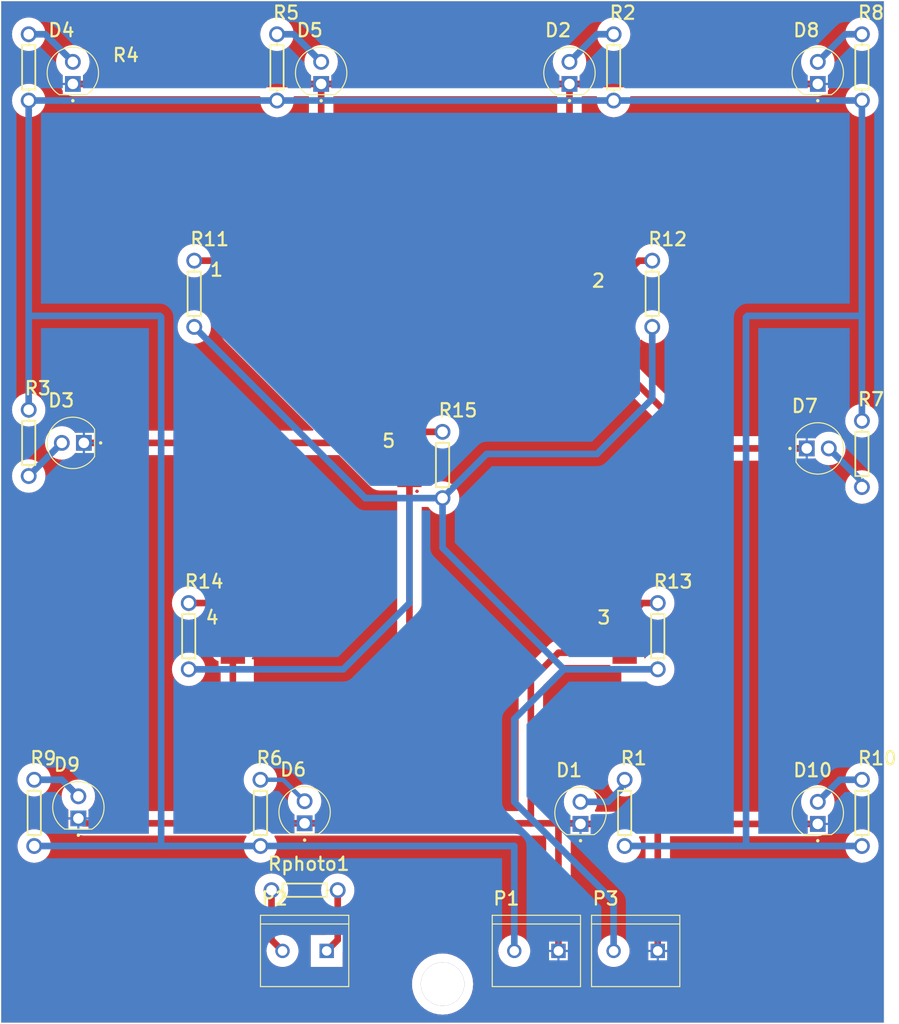
<source format=kicad_pcb>
(kicad_pcb (version 20221018) (generator pcbnew)
  (layers (0 "F.Cu" signal "Top Layer") (31 "B.Cu" signal "Bottom Layer") (34 "B.Paste" user "Bottom Paste") (35 "F.Paste" user "Top Paste") (36 "B.SilkS" user "Bottom Overlay") (37 "F.SilkS" user "Top Overlay") (38 "B.Mask" user "Bottom Solder") (39 "F.Mask" user "Top Solder") (44 "Edge.Cuts" user))
  (net 0 "")
  (net 1 "Net5_0")
  (net 2 "Net4_0")
  (net 3 "Net3_0")
  (net 4 "Net2_0")
  (net 5 "Net1_0")
  (net 6 "NetP3_2")
  (net 7 "NetP2_2")
  (net 8 "NetP2_1")
  (net 9 "NetP1_2")
  (net 10 "NetD10_A")
  (net 11 "NetD9_A")
  (net 12 "NetD8_A")
  (net 13 "NetD7_A")
  (net 14 "NetD6_A")
  (net 15 "NetD5_A")
  (net 16 "NetD4_A")
  (net 17 "NetD3_A")
  (net 18 "NetD2_A")
  (net 19 "NetD1_A")
  (net 20 "GND")
  (footprint "L08R5000Q1.IntLib:LEDRD254W57D500H1070" (layer "F.Cu") (at 105.9561 97.0661 180)
    (fp_text reference "D3" (at 2.9972 3.9878 unlocked) (layer "F.SilkS") (effects (font (size 1.524 1.524) (thickness 0.254)) (justify left bottom)))
    (fp_text value "L08R5000Q1" hide)
    (fp_line (start -2.50002 -1.56601) (end -2.50002 1.56601) (stroke (width 0.127)) (layer "F.SilkS"))
    (fp_arc (start -2.500006 -1.566002) (mid 2.96129 0.000001) (end -2.500007 1.566001) (stroke (width 0.127)) (layer "F.SilkS"))
    (fp_circle (center -3.2 0) (end -3.2 0.1) (stroke (width 0.2)) (fill none) (layer "F.SilkS"))
    (pad "A" thru_hole circle (at 1.27 0 180) (size 1.815 1.815) (drill 1.21) (layers "*.Cu" "*.Mask") (net 17 "NetD3_A"))
    (pad "C" thru_hole rect (at -1.27 0 180) (size 1.815 1.815) (drill 1.21) (layers "*.Cu" "*.Mask") (net 20 "GND"))
  )
  (footprint "Miscellaneous Devices.IntLib:AXIAL-0.3" (layer "F.Cu") (at 100.8761 97.0661 90)
    (fp_text reference "R3" (at 5.3848 -0.6096 unlocked) (layer "F.SilkS") (effects (font (size 1.524 1.524) (thickness 0.254)) (justify left bottom)))
    (fp_text value "Res1" hide)
    (fp_line (start -2.7686 0) (end -2.54 0) (stroke (width 0.2)) (layer "F.SilkS"))
    (fp_line (start -2.54 -0.762) (end -2.54 0.762) (stroke (width 0.2)) (layer "F.SilkS"))
    (fp_line (start -2.54 -0.762) (end 2.54 -0.762) (stroke (width 0.2)) (layer "F.SilkS"))
    (fp_line (start -2.54 0.762) (end 2.54 0.762) (stroke (width 0.2)) (layer "F.SilkS"))
    (fp_line (start 2.54 -0.762) (end 2.54 0) (stroke (width 0.2)) (layer "F.SilkS"))
    (fp_line (start 2.54 0) (end 2.54 0.762) (stroke (width 0.2)) (layer "F.SilkS"))
    (fp_line (start 2.54 0) (end 2.7686 0) (stroke (width 0.2)) (layer "F.SilkS"))
    (pad "1" thru_hole circle (at -3.81 0 90) (size 1.815 1.815) (drill 1.21) (layers "*.Cu" "*.Mask") (net 17 "NetD3_A"))
    (pad "2" thru_hole circle (at 3.81 0 90) (size 1.815 1.815) (drill 1.21) (layers "*.Cu" "*.Mask") (net 9 "NetP1_2"))
  )
  (footprint "L08R5000Q1.IntLib:LEDRD254W57D500H1070" (layer "F.Cu") (at 191.6811 97.7011)
    (fp_text reference "D7" (at -3.1496 -3.9878 unlocked) (layer "F.SilkS") (effects (font (size 1.524 1.524) (thickness 0.254)) (justify left bottom)))
    (fp_text value "L08R5000Q1" hide)
    (fp_line (start -2.50002 1.56601) (end -2.50002 -1.56601) (stroke (width 0.127)) (layer "F.SilkS"))
    (fp_arc (start -2.500006 -1.566002) (mid 2.96129 0.000001) (end -2.500007 1.566001) (stroke (width 0.127)) (layer "F.SilkS"))
    (fp_circle (center -3.2 0) (end -3.2 -0.1) (stroke (width 0.2)) (fill none) (layer "F.SilkS"))
    (pad "A" thru_hole circle (at 1.27 0) (size 1.815 1.815) (drill 1.21) (layers "*.Cu" "*.Mask") (net 13 "NetD7_A"))
    (pad "C" thru_hole rect (at -1.27 0) (size 1.815 1.815) (drill 1.21) (layers "*.Cu" "*.Mask") (net 20 "GND"))
  )
  (footprint "Miscellaneous Devices.IntLib:AXIAL-0.3" (layer "F.Cu") (at 119.2911 119.2911 -90)
    (fp_text reference "R14" (at -5.3848 0.6096 unlocked) (layer "F.SilkS") (effects (font (size 1.524 1.524) (thickness 0.254)) (justify left bottom)))
    (fp_text value "Res1" hide)
    (fp_line (start -2.54 0) (end -2.7686 0) (stroke (width 0.2)) (layer "F.SilkS"))
    (fp_line (start -2.54 0.762) (end -2.54 -0.762) (stroke (width 0.2)) (layer "F.SilkS"))
    (fp_line (start 2.54 -0.762) (end -2.54 -0.762) (stroke (width 0.2)) (layer "F.SilkS"))
    (fp_line (start 2.54 0) (end 2.54 -0.762) (stroke (width 0.2)) (layer "F.SilkS"))
    (fp_line (start 2.54 0.762) (end -2.54 0.762) (stroke (width 0.2)) (layer "F.SilkS"))
    (fp_line (start 2.54 0.762) (end 2.54 0) (stroke (width 0.2)) (layer "F.SilkS"))
    (fp_line (start 2.7686 0) (end 2.54 0) (stroke (width 0.2)) (layer "F.SilkS"))
    (pad "1" thru_hole circle (at -3.81 0 270) (size 1.815 1.815) (drill 1.21) (layers "*.Cu" "*.Mask") (net 2 "Net4_0"))
    (pad "2" thru_hole circle (at 3.81 0 270) (size 1.815 1.815) (drill 1.21) (layers "*.Cu" "*.Mask") (net 6 "NetP3_2"))
  )
  (footprint "282837-2.IntLib:TE_282837-2" (layer "F.Cu") (at 159.2961 155.4861 180)
    (fp_text reference "P1" (at 5.1054 5.1308 unlocked) (layer "F.SilkS") (effects (font (size 1.524 1.524) (thickness 0.254)) (justify left bottom)))
    (fp_text value "282837-2" hide)
    (fp_line (start -5.08 -4.10002) (end -5.08 3.10002) (stroke (width 0.127)) (layer "F.SilkS"))
    (fp_line (start -5.08 3.10002) (end -5.08 4.10002) (stroke (width 0.127)) (layer "F.SilkS"))
    (fp_line (start 5.08 -4.10002) (end -5.08 -4.10002) (stroke (width 0.127)) (layer "F.SilkS"))
    (fp_line (start 5.08 -4.10002) (end 5.08 3.10002) (stroke (width 0.127)) (layer "F.SilkS"))
    (fp_line (start 5.08 3.10002) (end -5.08 3.10002) (stroke (width 0.127)) (layer "F.SilkS"))
    (fp_line (start 5.08 3.10002) (end 5.08 4.10002) (stroke (width 0.127)) (layer "F.SilkS"))
    (fp_line (start 5.08 4.10002) (end -5.08 4.10002) (stroke (width 0.127)) (layer "F.SilkS"))
    (pad "1" thru_hole rect (at -2.54 0 180) (size 1.65 1.65) (drill 1.1) (layers "*.Cu" "*.Mask") (net 20 "GND"))
    (pad "2" thru_hole circle (at 2.54 0 180) (size 1.65 1.65) (drill 1.1) (layers "*.Cu" "*.Mask") (net 9 "NetP1_2"))
  )
  (footprint "PcbLib1.PcbLib:PCBComponent_1" (layer "F.Cu") (at 164.7571 116.2431 90)
    (fp_text reference "3" (at -1.8034 1.4224 unlocked) (layer "F.SilkS") (effects (font (size 1.524 1.524) (thickness 0.254)) (justify left bottom)))
    (fp_text value "uv del 3" hide)
    (fp_text user "." (at -7.239 5.842 90 unlocked) (layer "F.Cu") (effects (font (size 1.524 1.524) (thickness 0.254)) (justify left bottom)))
    (pad "1" smd rect (at -5.207 4.699 90) (size 2.032 2.794) (layers "F.Cu" "F.Paste" "F.Mask") (net 20 "GND"))
    (pad "2" smd rect (at -1.143 4.699 90) (size 2.032 2.794) (layers "F.Cu" "F.Paste" "F.Mask"))
  )
  (footprint "282837-2.IntLib:TE_282837-2" (layer "F.Cu") (at 132.6261 155.4861 180)
    (fp_text reference "P2" (at 5.1054 5.1308 unlocked) (layer "F.SilkS") (effects (font (size 1.524 1.524) (thickness 0.254)) (justify left bottom)))
    (fp_text value "282837-2" hide)
    (fp_line (start -5.08 -4.10002) (end -5.08 3.10002) (stroke (width 0.127)) (layer "F.SilkS"))
    (fp_line (start -5.08 3.10002) (end -5.08 4.10002) (stroke (width 0.127)) (layer "F.SilkS"))
    (fp_line (start 5.08 -4.10002) (end -5.08 -4.10002) (stroke (width 0.127)) (layer "F.SilkS"))
    (fp_line (start 5.08 -4.10002) (end 5.08 3.10002) (stroke (width 0.127)) (layer "F.SilkS"))
    (fp_line (start 5.08 3.10002) (end -5.08 3.10002) (stroke (width 0.127)) (layer "F.SilkS"))
    (fp_line (start 5.08 3.10002) (end 5.08 4.10002) (stroke (width 0.127)) (layer "F.SilkS"))
    (fp_line (start 5.08 4.10002) (end -5.08 4.10002) (stroke (width 0.127)) (layer "F.SilkS"))
    (pad "1" thru_hole rect (at -2.54 0 180) (size 1.65 1.65) (drill 1.1) (layers "*.Cu" "*.Mask") (net 8 "NetP2_1"))
    (pad "2" thru_hole circle (at 2.54 0 180) (size 1.65 1.65) (drill 1.1) (layers "*.Cu" "*.Mask") (net 7 "NetP2_2"))
  )
  (footprint "L08R5000Q1.IntLib:LEDRD254W57D500H1070" (layer "F.Cu") (at 164.3761 139.6111 90)
    (fp_text reference "D1" (at 4.0132 -2.9718 unlocked) (layer "F.SilkS") (effects (font (size 1.524 1.524) (thickness 0.254)) (justify left bottom)))
    (fp_text value "L08R5000Q1" hide)
    (fp_line (start -2.50002 -1.56601) (end -2.50002 1.56601) (stroke (width 0.127)) (layer "F.SilkS"))
    (fp_arc (start -2.500006 -1.566002) (mid 2.96129 0.000001) (end -2.500007 1.566001) (stroke (width 0.127)) (layer "F.SilkS"))
    (fp_circle (center -3.2 0) (end -3.1 0) (stroke (width 0.2)) (fill none) (layer "F.SilkS"))
    (pad "A" thru_hole circle (at 1.27 0 90) (size 1.815 1.815) (drill 1.21) (layers "*.Cu" "*.Mask") (net 19 "NetD1_A"))
    (pad "C" thru_hole rect (at -1.27 0 90) (size 1.815 1.815) (drill 1.21) (layers "*.Cu" "*.Mask") (net 20 "GND"))
  )
  (footprint "282837-2.IntLib:TE_282837-2" (layer "F.Cu") (at 170.7261 155.4861 180)
    (fp_text reference "P3" (at 5.1054 5.1308 unlocked) (layer "F.SilkS") (effects (font (size 1.524 1.524) (thickness 0.254)) (justify left bottom)))
    (fp_text value "282837-2" hide)
    (fp_line (start -5.08 -4.1) (end -5.08 3.1) (stroke (width 0.127)) (layer "F.SilkS"))
    (fp_line (start -5.08 3.1) (end -5.08 4.1) (stroke (width 0.127)) (layer "F.SilkS"))
    (fp_line (start 5.08 -4.1) (end -5.08 -4.1) (stroke (width 0.127)) (layer "F.SilkS"))
    (fp_line (start 5.08 -4.1) (end 5.08 3.1) (stroke (width 0.127)) (layer "F.SilkS"))
    (fp_line (start 5.08 3.1) (end -5.08 3.1) (stroke (width 0.127)) (layer "F.SilkS"))
    (fp_line (start 5.08 3.1) (end 5.08 4.1) (stroke (width 0.127)) (layer "F.SilkS"))
    (fp_line (start 5.08 4.1) (end -5.08 4.1) (stroke (width 0.127)) (layer "F.SilkS"))
    (pad "1" thru_hole rect (at -2.54 0 180) (size 1.65 1.65) (drill 1.1) (layers "*.Cu" "*.Mask") (net 20 "GND"))
    (pad "2" thru_hole circle (at 2.54 0 180) (size 1.65 1.65) (drill 1.1) (layers "*.Cu" "*.Mask") (net 6 "NetP3_2"))
  )
  (footprint "PcbLib1.PcbLib:PCBComponent_1" (layer "F.Cu") (at 119.6721 116.2431 90)
    (fp_text reference "4" (at -1.8034 1.4224 unlocked) (layer "F.SilkS") (effects (font (size 1.524 1.524) (thickness 0.254)) (justify left bottom)))
    (fp_text value "uv del 4" hide)
    (fp_text user "." (at -7.239 5.842 90 unlocked) (layer "F.Cu") (effects (font (size 1.524 1.524) (thickness 0.254)) (justify left bottom)))
    (pad "1" smd rect (at -5.207 4.699 90) (size 2.032 2.794) (layers "F.Cu" "F.Paste" "F.Mask") (net 20 "GND"))
    (pad "2" smd rect (at -1.143 4.699 90) (size 2.032 2.794) (layers "F.Cu" "F.Paste" "F.Mask"))
  )
  (footprint "L08R5000Q1.IntLib:LEDRD254W57D500H1070" (layer "F.Cu") (at 132.6261 139.53984 90)
    (fp_text reference "D6" (at 4.0132 -2.9718 unlocked) (layer "F.SilkS") (effects (font (size 1.524 1.524) (thickness 0.254)) (justify left bottom)))
    (fp_text value "L08R5000Q1" hide)
    (fp_line (start -2.50003 -1.56601) (end -2.50003 1.56601) (stroke (width 0.127)) (layer "F.SilkS"))
    (fp_arc (start -2.500006 -1.566002) (mid 2.96129 0.000001) (end -2.500007 1.566001) (stroke (width 0.127)) (layer "F.SilkS"))
    (fp_circle (center -3.20001 0) (end -3.10001 0) (stroke (width 0.2)) (fill none) (layer "F.SilkS"))
    (pad "A" thru_hole circle (at 1.27 0 90) (size 1.815 1.815) (drill 1.21) (layers "*.Cu" "*.Mask") (net 14 "NetD6_A"))
    (pad "C" thru_hole rect (at -1.27 0 90) (size 1.815 1.815) (drill 1.21) (layers "*.Cu" "*.Mask") (net 20 "GND"))
  )
  (footprint "L08R5000Q1.IntLib:LEDRD254W57D500H1070" (layer "F.Cu") (at 134.5311 54.5211 90)
    (fp_text reference "D5" (at 4.0132 -2.9718 unlocked) (layer "F.SilkS") (effects (font (size 1.524 1.524) (thickness 0.254)) (justify left bottom)))
    (fp_text value "L08R5000Q1" hide)
    (fp_line (start -2.50002 -1.56601) (end -2.50002 1.56601) (stroke (width 0.127)) (layer "F.SilkS"))
    (fp_arc (start -2.500006 -1.566002) (mid 2.96129 0.000001) (end -2.500007 1.566001) (stroke (width 0.127)) (layer "F.SilkS"))
    (fp_circle (center -3.2 0) (end -3.1 0) (stroke (width 0.2)) (fill none) (layer "F.SilkS"))
    (pad "A" thru_hole circle (at 1.27 0 90) (size 1.815 1.815) (drill 1.21) (layers "*.Cu" "*.Mask") (net 15 "NetD5_A"))
    (pad "C" thru_hole rect (at -1.27 0 90) (size 1.815 1.815) (drill 1.21) (layers "*.Cu" "*.Mask") (net 20 "GND"))
  )
  (footprint "L08R5000Q1.IntLib:LEDRD254W57D500H1070" (layer "F.Cu") (at 106.5911 138.9761 90)
    (fp_text reference "D9" (at 4.0132 -2.9718 unlocked) (layer "F.SilkS") (effects (font (size 1.524 1.524) (thickness 0.254)) (justify left bottom)))
    (fp_text value "L08R5000Q1" hide)
    (fp_line (start -2.49999 -1.56598) (end -2.49999 1.56598) (stroke (width 0.127)) (layer "F.SilkS"))
    (fp_arc (start -2.500006 -1.566002) (mid 2.96129 0.000001) (end -2.500007 1.566001) (stroke (width 0.127)) (layer "F.SilkS"))
    (fp_circle (center -3.2 0) (end -3.1 0) (stroke (width 0.2)) (fill none) (layer "F.SilkS"))
    (pad "A" thru_hole circle (at 1.27002 0 90) (size 1.815 1.815) (drill 1.21) (layers "*.Cu" "*.Mask") (net 11 "NetD9_A"))
    (pad "C" thru_hole rect (at -1.27002 0 90) (size 1.815 1.815) (drill 1.21) (layers "*.Cu" "*.Mask") (net 20 "GND"))
  )
  (footprint "Miscellaneous Devices.IntLib:AXIAL-0.3" (layer "F.Cu") (at 196.7611 139.6111 -90)
    (fp_text reference "R10" (at -5.3848 0.6096 unlocked) (layer "F.SilkS") (effects (font (size 1.524 1.524) (thickness 0.254)) (justify left bottom)))
    (fp_text value "Res1" hide)
    (fp_line (start -2.54001 0.76199) (end -2.54001 -0.76199) (stroke (width 0.2)) (layer "F.SilkS"))
    (fp_line (start -2.53998 0) (end -2.76858 0) (stroke (width 0.2)) (layer "F.SilkS"))
    (fp_line (start 2.53997 0) (end 2.54001 -0.76199) (stroke (width 0.2)) (layer "F.SilkS"))
    (fp_line (start 2.54001 -0.76199) (end -2.54001 -0.76199) (stroke (width 0.2)) (layer "F.SilkS"))
    (fp_line (start 2.54001 0.76199) (end -2.54001 0.76199) (stroke (width 0.2)) (layer "F.SilkS"))
    (fp_line (start 2.54001 0.76199) (end 2.53997 0) (stroke (width 0.2)) (layer "F.SilkS"))
    (fp_line (start 2.76858 0) (end 2.53997 0) (stroke (width 0.2)) (layer "F.SilkS"))
    (pad "1" thru_hole circle (at -3.81 0 270) (size 1.815 1.815) (drill 1.21) (layers "*.Cu" "*.Mask") (net 10 "NetD10_A"))
    (pad "2" thru_hole circle (at 3.81 0 270) (size 1.815 1.815) (drill 1.21) (layers "*.Cu" "*.Mask") (net 9 "NetP1_2"))
  )
  (footprint "L08R5000Q1.IntLib:LEDRD254W57D500H1070" (layer "F.Cu") (at 191.6811 139.6111 90)
    (fp_text reference "D10" (at 4.0132 -2.9718 unlocked) (layer "F.SilkS") (effects (font (size 1.524 1.524) (thickness 0.254)) (justify left bottom)))
    (fp_text value "L08R5000Q1" hide)
    (fp_line (start -2.49999 -1.56598) (end -2.49999 1.56598) (stroke (width 0.127)) (layer "F.SilkS"))
    (fp_arc (start -2.500006 -1.566002) (mid 2.96129 0.000001) (end -2.500007 1.566001) (stroke (width 0.127)) (layer "F.SilkS"))
    (fp_circle (center -3.2 0) (end -3.1 0) (stroke (width 0.2)) (fill none) (layer "F.SilkS"))
    (pad "A" thru_hole circle (at 1.27002 0 90) (size 1.815 1.815) (drill 1.21) (layers "*.Cu" "*.Mask") (net 10 "NetD10_A"))
    (pad "C" thru_hole rect (at -1.27002 0 90) (size 1.815 1.815) (drill 1.21) (layers "*.Cu" "*.Mask") (net 20 "GND"))
  )
  (footprint "PcbLib1.PcbLib:PCBComponent_1" (layer "F.Cu") (at 139.9921 95.9231 90)
    (fp_text reference "5" (at -1.8034 1.4224 unlocked) (layer "F.SilkS") (effects (font (size 1.524 1.524) (thickness 0.254)) (justify left bottom)))
    (fp_text value "uv del 5" hide)
    (fp_text user "." (at -7.239 5.842 90 unlocked) (layer "F.Cu") (effects (font (size 1.524 1.524) (thickness 0.254)) (justify left bottom)))
    (pad "1" smd rect (at -5.207 4.699 90) (size 2.032 2.794) (layers "F.Cu" "F.Paste" "F.Mask") (net 20 "GND"))
    (pad "2" smd rect (at -1.143 4.699 90) (size 2.032 2.794) (layers "F.Cu" "F.Paste" "F.Mask"))
  )
  (footprint "L08R5000Q1.IntLib:LEDRD254W57D500H1070" (layer "F.Cu") (at 105.9561 54.5211 90)
    (fp_text reference "D4" (at 4.0132 -2.9718 unlocked) (layer "F.SilkS") (effects (font (size 1.524 1.524) (thickness 0.254)) (justify left bottom)))
    (fp_text value "L08R5000Q1" hide)
    (fp_line (start -2.49999 -1.56598) (end -2.49999 1.56598) (stroke (width 0.127)) (layer "F.SilkS"))
    (fp_arc (start -2.500006 -1.566002) (mid 2.96129 0.000001) (end -2.500007 1.566001) (stroke (width 0.127)) (layer "F.SilkS"))
    (fp_circle (center -3.2 0) (end -3.1 0) (stroke (width 0.2)) (fill none) (layer "F.SilkS"))
    (pad "A" thru_hole circle (at 1.27002 0 90) (size 1.815 1.815) (drill 1.21) (layers "*.Cu" "*.Mask") (net 16 "NetD4_A"))
    (pad "C" thru_hole rect (at -1.27002 0 90) (size 1.815 1.815) (drill 1.21) (layers "*.Cu" "*.Mask") (net 20 "GND"))
  )
  (footprint "Miscellaneous Devices.IntLib:AXIAL-0.3" (layer "F.Cu") (at 119.9261 79.9211 -90)
    (fp_text reference "R11" (at -5.3848 0.6096 unlocked) (layer "F.SilkS") (effects (font (size 1.524 1.524) (thickness 0.254)) (justify left bottom)))
    (fp_text value "Res1" hide)
    (fp_line (start -2.54 0) (end -2.7686 0) (stroke (width 0.2)) (layer "F.SilkS"))
    (fp_line (start -2.54 0.762) (end -2.54 -0.762) (stroke (width 0.2)) (layer "F.SilkS"))
    (fp_line (start 2.54 -0.762) (end -2.54 -0.762) (stroke (width 0.2)) (layer "F.SilkS"))
    (fp_line (start 2.54 0) (end 2.54 -0.762) (stroke (width 0.2)) (layer "F.SilkS"))
    (fp_line (start 2.54 0.762) (end -2.54 0.762) (stroke (width 0.2)) (layer "F.SilkS"))
    (fp_line (start 2.54 0.762) (end 2.54 0) (stroke (width 0.2)) (layer "F.SilkS"))
    (fp_line (start 2.7686 0) (end 2.54 0) (stroke (width 0.2)) (layer "F.SilkS"))
    (pad "1" thru_hole circle (at -3.81 0 270) (size 1.815 1.815) (drill 1.21) (layers "*.Cu" "*.Mask") (net 5 "Net1_0"))
    (pad "2" thru_hole circle (at 3.81 0 270) (size 1.815 1.815) (drill 1.21) (layers "*.Cu" "*.Mask") (net 6 "NetP3_2"))
  )
  (footprint "L08R5000Q1.IntLib:LEDRD254W57D500H1070" (layer "F.Cu") (at 191.6811 54.5211 90)
    (fp_text reference "D8" (at 4.0132 -2.9718 unlocked) (layer "F.SilkS") (effects (font (size 1.524 1.524) (thickness 0.254)) (justify left bottom)))
    (fp_text value "L08R5000Q1" hide)
    (fp_line (start -2.49999 -1.56598) (end -2.49999 1.56598) (stroke (width 0.127)) (layer "F.SilkS"))
    (fp_arc (start -2.500006 -1.566002) (mid 2.96129 0.000001) (end -2.500007 1.566001) (stroke (width 0.127)) (layer "F.SilkS"))
    (fp_circle (center -3.2 0) (end -3.1 0) (stroke (width 0.2)) (fill none) (layer "F.SilkS"))
    (pad "A" thru_hole circle (at 1.27002 0 90) (size 1.815 1.815) (drill 1.21) (layers "*.Cu" "*.Mask") (net 12 "NetD8_A"))
    (pad "C" thru_hole rect (at -1.27002 0 90) (size 1.815 1.815) (drill 1.21) (layers "*.Cu" "*.Mask") (net 20 "GND"))
  )
  (footprint "Miscellaneous Devices.IntLib:AXIAL-0.3" (layer "F.Cu") (at 101.5111 139.6111 -90)
    (fp_text reference "R9" (at -5.3848 0.6096 unlocked) (layer "F.SilkS") (effects (font (size 1.524 1.524) (thickness 0.254)) (justify left bottom)))
    (fp_text value "Res1" hide)
    (fp_line (start -2.54001 0.76199) (end -2.54001 -0.76199) (stroke (width 0.2)) (layer "F.SilkS"))
    (fp_line (start -2.53998 0) (end -2.76858 0) (stroke (width 0.2)) (layer "F.SilkS"))
    (fp_line (start 2.53997 0) (end 2.54001 -0.76199) (stroke (width 0.2)) (layer "F.SilkS"))
    (fp_line (start 2.54001 -0.76199) (end -2.54001 -0.76199) (stroke (width 0.2)) (layer "F.SilkS"))
    (fp_line (start 2.54001 0.76199) (end -2.54001 0.76199) (stroke (width 0.2)) (layer "F.SilkS"))
    (fp_line (start 2.54001 0.76199) (end 2.53997 0) (stroke (width 0.2)) (layer "F.SilkS"))
    (fp_line (start 2.76858 0) (end 2.53997 0) (stroke (width 0.2)) (layer "F.SilkS"))
    (pad "1" thru_hole circle (at -3.81 0 270) (size 1.815 1.815) (drill 1.21) (layers "*.Cu" "*.Mask") (net 11 "NetD9_A"))
    (pad "2" thru_hole circle (at 3.81 0 270) (size 1.815 1.815) (drill 1.21) (layers "*.Cu" "*.Mask") (net 9 "NetP1_2"))
  )
  (footprint "PcbLib1.PcbLib:PCBComponent_1" (layer "F.Cu") (at 119.6721 76.2381 90)
    (fp_text reference "1" (at -1.8034 1.9304 unlocked) (layer "F.SilkS") (effects (font (size 1.524 1.524) (thickness 0.254)) (justify left bottom)))
    (fp_text value "uv del 1" hide)
    (fp_text user "." (at -7.239 5.842 90 unlocked) (layer "F.Cu") (effects (font (size 1.524 1.524) (thickness 0.254)) (justify left bottom)))
    (pad "1" smd rect (at -5.207 4.699 90) (size 2.032 2.794) (layers "F.Cu" "F.Paste" "F.Mask") (net 20 "GND"))
    (pad "2" smd rect (at -1.143 4.699 90) (size 2.032 2.794) (layers "F.Cu" "F.Paste" "F.Mask"))
  )
  (footprint "PcbLib1.PcbLib:PCBComponent_1" (layer "F.Cu") (at 164.1221 77.5081 90)
    (fp_text reference "2" (at -1.8034 1.4224 unlocked) (layer "F.SilkS") (effects (font (size 1.524 1.524) (thickness 0.254)) (justify left bottom)))
    (fp_text value "uv del 2" hide)
    (fp_text user "." (at -7.239 5.842 90 unlocked) (layer "F.Cu") (effects (font (size 1.524 1.524) (thickness 0.254)) (justify left bottom)))
    (pad "1" smd rect (at -5.207 4.699 90) (size 2.032 2.794) (layers "F.Cu" "F.Paste" "F.Mask") (net 20 "GND"))
    (pad "2" smd rect (at -1.143 4.699 90) (size 2.032 2.794) (layers "F.Cu" "F.Paste" "F.Mask"))
  )
  (footprint "Miscellaneous Devices.IntLib:AXIAL-0.3" (layer "F.Cu") (at 173.2661 119.2911 -90)
    (fp_text reference "R13" (at -5.3848 0.6096 unlocked) (layer "F.SilkS") (effects (font (size 1.524 1.524) (thickness 0.254)) (justify left bottom)))
    (fp_text value "Res1" hide)
    (fp_line (start -2.54 0) (end -2.7686 0) (stroke (width 0.2)) (layer "F.SilkS"))
    (fp_line (start -2.54 0.762) (end -2.54 -0.762) (stroke (width 0.2)) (layer "F.SilkS"))
    (fp_line (start 2.54 -0.762) (end -2.54 -0.762) (stroke (width 0.2)) (layer "F.SilkS"))
    (fp_line (start 2.54 0) (end 2.54 -0.762) (stroke (width 0.2)) (layer "F.SilkS"))
    (fp_line (start 2.54 0.762) (end -2.54 0.762) (stroke (width 0.2)) (layer "F.SilkS"))
    (fp_line (start 2.54 0.762) (end 2.54 0) (stroke (width 0.2)) (layer "F.SilkS"))
    (fp_line (start 2.7686 0) (end 2.54 0) (stroke (width 0.2)) (layer "F.SilkS"))
    (pad "1" thru_hole circle (at -3.81 0 270) (size 1.815 1.815) (drill 1.21) (layers "*.Cu" "*.Mask") (net 3 "Net3_0"))
    (pad "2" thru_hole circle (at 3.81 0 270) (size 1.815 1.815) (drill 1.21) (layers "*.Cu" "*.Mask") (net 6 "NetP3_2"))
  )
  (footprint "L08R5000Q1.IntLib:LEDRD254W57D500H1070" (layer "F.Cu") (at 163.1061 54.5211 90)
    (fp_text reference "D2" (at 4.0132 -2.9718 unlocked) (layer "F.SilkS") (effects (font (size 1.524 1.524) (thickness 0.254)) (justify left bottom)))
    (fp_text value "L08R5000Q1" hide)
    (fp_line (start -2.50002 -1.56601) (end -2.50002 1.56601) (stroke (width 0.127)) (layer "F.SilkS"))
    (fp_arc (start -2.500006 -1.566002) (mid 2.96129 0.000001) (end -2.500007 1.566001) (stroke (width 0.127)) (layer "F.SilkS"))
    (fp_circle (center -3.2 0) (end -3.1 0) (stroke (width 0.2)) (fill none) (layer "F.SilkS"))
    (pad "A" thru_hole circle (at 1.27 0 90) (size 1.815 1.815) (drill 1.21) (layers "*.Cu" "*.Mask") (net 18 "NetD2_A"))
    (pad "C" thru_hole rect (at -1.27 0 90) (size 1.815 1.815) (drill 1.21) (layers "*.Cu" "*.Mask") (net 20 "GND"))
  )
  (footprint "Miscellaneous Devices.IntLib:AXIAL-0.3" (layer "F.Cu") (at 129.4511 53.8861 -90)
    (fp_text reference "R5" (at -5.3848 0.6096 unlocked) (layer "F.SilkS") (effects (font (size 1.524 1.524) (thickness 0.254)) (justify left bottom)))
    (fp_text value "Res1" hide)
    (fp_line (start -2.54 0) (end -2.7686 0) (stroke (width 0.2)) (layer "F.SilkS"))
    (fp_line (start -2.54 0.762) (end -2.54 -0.762) (stroke (width 0.2)) (layer "F.SilkS"))
    (fp_line (start 2.54 -0.762) (end -2.54 -0.762) (stroke (width 0.2)) (layer "F.SilkS"))
    (fp_line (start 2.54 0) (end 2.54 -0.762) (stroke (width 0.2)) (layer "F.SilkS"))
    (fp_line (start 2.54 0.762) (end -2.54 0.762) (stroke (width 0.2)) (layer "F.SilkS"))
    (fp_line (start 2.54 0.762) (end 2.54 0) (stroke (width 0.2)) (layer "F.SilkS"))
    (fp_line (start 2.7686 0) (end 2.54 0) (stroke (width 0.2)) (layer "F.SilkS"))
    (pad "1" thru_hole circle (at -3.81 0 270) (size 1.815 1.815) (drill 1.21) (layers "*.Cu" "*.Mask") (net 15 "NetD5_A"))
    (pad "2" thru_hole circle (at 3.81 0 270) (size 1.815 1.815) (drill 1.21) (layers "*.Cu" "*.Mask") (net 9 "NetP1_2"))
  )
  (footprint "Miscellaneous Devices.IntLib:AXIAL-0.3" (layer "F.Cu") (at 127.5461 139.6111 -90)
    (fp_text reference "R6" (at -5.3848 0.6096 unlocked) (layer "F.SilkS") (effects (font (size 1.524 1.524) (thickness 0.254)) (justify left bottom)))
    (fp_text value "Res1" hide)
    (fp_line (start -2.54 0) (end -2.7686 0) (stroke (width 0.2)) (layer "F.SilkS"))
    (fp_line (start -2.54 0.762) (end -2.54 -0.762) (stroke (width 0.2)) (layer "F.SilkS"))
    (fp_line (start 2.54 -0.762) (end -2.54 -0.762) (stroke (width 0.2)) (layer "F.SilkS"))
    (fp_line (start 2.54 0) (end 2.54 -0.762) (stroke (width 0.2)) (layer "F.SilkS"))
    (fp_line (start 2.54 0.762) (end -2.54 0.762) (stroke (width 0.2)) (layer "F.SilkS"))
    (fp_line (start 2.54 0.762) (end 2.54 0) (stroke (width 0.2)) (layer "F.SilkS"))
    (fp_line (start 2.7686 0) (end 2.54 0) (stroke (width 0.2)) (layer "F.SilkS"))
    (pad "1" thru_hole circle (at -3.81 0 270) (size 1.815 1.815) (drill 1.21) (layers "*.Cu" "*.Mask") (net 14 "NetD6_A"))
    (pad "2" thru_hole circle (at 3.81 0 270) (size 1.815 1.815) (drill 1.21) (layers "*.Cu" "*.Mask") (net 9 "NetP1_2"))
  )
  (footprint "Miscellaneous Devices.IntLib:AXIAL-0.3" (layer "F.Cu") (at 100.8761 53.8861 -90)
    (fp_text reference "R4" (at -0.50825 -9.52541 unlocked) (layer "F.SilkS") (effects (font (size 1.524 1.524) (thickness 0.254)) (justify left bottom)))
    (fp_text value "Res1" hide)
    (fp_line (start -2.54001 0.76199) (end -2.54001 -0.76199) (stroke (width 0.2)) (layer "F.SilkS"))
    (fp_line (start -2.53998 0) (end -2.76858 0) (stroke (width 0.2)) (layer "F.SilkS"))
    (fp_line (start 2.53997 0) (end 2.54001 -0.76199) (stroke (width 0.2)) (layer "F.SilkS"))
    (fp_line (start 2.54001 -0.76199) (end -2.54001 -0.76199) (stroke (width 0.2)) (layer "F.SilkS"))
    (fp_line (start 2.54001 0.76199) (end -2.54001 0.76199) (stroke (width 0.2)) (layer "F.SilkS"))
    (fp_line (start 2.54001 0.76199) (end 2.53997 0) (stroke (width 0.2)) (layer "F.SilkS"))
    (fp_line (start 2.76858 0) (end 2.53997 0) (stroke (width 0.2)) (layer "F.SilkS"))
    (pad "1" thru_hole circle (at -3.81 0 270) (size 1.815 1.815) (drill 1.21) (layers "*.Cu" "*.Mask") (net 16 "NetD4_A"))
    (pad "2" thru_hole circle (at 3.81 0 270) (size 1.815 1.815) (drill 1.21) (layers "*.Cu" "*.Mask") (net 9 "NetP1_2"))
  )
  (footprint "Miscellaneous Devices.IntLib:AXIAL-0.3" (layer "F.Cu") (at 169.4561 139.6111 -90)
    (fp_text reference "R1" (at -5.3848 0.6096 unlocked) (layer "F.SilkS") (effects (font (size 1.524 1.524) (thickness 0.254)) (justify left bottom)))
    (fp_text value "Res1" hide)
    (fp_line (start -2.54 0) (end -2.7686 0) (stroke (width 0.2)) (layer "F.SilkS"))
    (fp_line (start -2.54 0.762) (end -2.54 -0.762) (stroke (width 0.2)) (layer "F.SilkS"))
    (fp_line (start 2.54 -0.762) (end -2.54 -0.762) (stroke (width 0.2)) (layer "F.SilkS"))
    (fp_line (start 2.54 0) (end 2.54 -0.762) (stroke (width 0.2)) (layer "F.SilkS"))
    (fp_line (start 2.54 0.762) (end -2.54 0.762) (stroke (width 0.2)) (layer "F.SilkS"))
    (fp_line (start 2.54 0.762) (end 2.54 0) (stroke (width 0.2)) (layer "F.SilkS"))
    (fp_line (start 2.7686 0) (end 2.54 0) (stroke (width 0.2)) (layer "F.SilkS"))
    (pad "1" thru_hole circle (at -3.81 0 270) (size 1.815 1.815) (drill 1.21) (layers "*.Cu" "*.Mask") (net 19 "NetD1_A"))
    (pad "2" thru_hole circle (at 3.81 0 270) (size 1.815 1.815) (drill 1.21) (layers "*.Cu" "*.Mask") (net 9 "NetP1_2"))
  )
  (footprint "Miscellaneous Devices.IntLib:AXIAL-0.3" (layer "F.Cu") (at 196.7611 53.8861 -90)
    (fp_text reference "R8" (at -5.3848 0.6096 unlocked) (layer "F.SilkS") (effects (font (size 1.524 1.524) (thickness 0.254)) (justify left bottom)))
    (fp_text value "Res1" hide)
    (fp_line (start -2.54002 0) (end -2.76861 0) (stroke (width 0.2)) (layer "F.SilkS"))
    (fp_line (start -2.54 0.76197) (end -2.54 -0.762) (stroke (width 0.2)) (layer "F.SilkS"))
    (fp_line (start 2.54 -0.76198) (end -2.54 -0.762) (stroke (width 0.2)) (layer "F.SilkS"))
    (fp_line (start 2.54 0.76199) (end -2.54 0.76197) (stroke (width 0.2)) (layer "F.SilkS"))
    (fp_line (start 2.54 0.76199) (end 2.54002 -0.00001) (stroke (width 0.2)) (layer "F.SilkS"))
    (fp_line (start 2.54002 -0.00001) (end 2.54 -0.76198) (stroke (width 0.2)) (layer "F.SilkS"))
    (fp_line (start 2.76861 0) (end 2.54002 -0.00001) (stroke (width 0.2)) (layer "F.SilkS"))
    (pad "1" thru_hole circle (at -3.80998 0 270) (size 1.815 1.815) (drill 1.21) (layers "*.Cu" "*.Mask") (net 12 "NetD8_A"))
    (pad "2" thru_hole circle (at 3.80998 0 270) (size 1.815 1.815) (drill 1.21) (layers "*.Cu" "*.Mask") (net 9 "NetP1_2"))
  )
  (footprint "Miscellaneous Devices.IntLib:AXIAL-0.3" (layer "F.Cu") (at 132.6261 148.5011)
    (fp_text reference "Rphoto1" (at -4.3688 -2.1336 unlocked) (layer "F.SilkS") (effects (font (size 1.524 1.524) (thickness 0.254)) (justify left bottom)))
    (fp_text value "Res1" hide)
    (fp_line (start -2.7686 0) (end -2.54 0) (stroke (width 0.2)) (layer "F.SilkS"))
    (fp_line (start -2.54 -0.762) (end 2.54 -0.762) (stroke (width 0.2)) (layer "F.SilkS"))
    (fp_line (start -2.54 0.762) (end -2.54 -0.762) (stroke (width 0.2)) (layer "F.SilkS"))
    (fp_line (start -2.54 0.762) (end 2.54 0.762) (stroke (width 0.2)) (layer "F.SilkS"))
    (fp_line (start 2.54 0) (end 2.54 -0.762) (stroke (width 0.2)) (layer "F.SilkS"))
    (fp_line (start 2.54 0) (end 2.7686 0) (stroke (width 0.2)) (layer "F.SilkS"))
    (fp_line (start 2.54 0.762) (end 2.54 0) (stroke (width 0.2)) (layer "F.SilkS"))
    (pad "1" thru_hole circle (at -3.81 0) (size 1.815 1.815) (drill 1.21) (layers "*.Cu" "*.Mask") (net 7 "NetP2_2"))
    (pad "2" thru_hole circle (at 3.81 0) (size 1.815 1.815) (drill 1.21) (layers "*.Cu" "*.Mask") (net 8 "NetP2_1"))
  )
  (footprint "Miscellaneous Devices.IntLib:AXIAL-0.3" (layer "F.Cu") (at 148.5011 99.6061 -90)
    (fp_text reference "R15" (at -5.3848 0.6096 unlocked) (layer "F.SilkS") (effects (font (size 1.524 1.524) (thickness 0.254)) (justify left bottom)))
    (fp_text value "Res1" hide)
    (fp_line (start -2.54 0) (end -2.7686 0) (stroke (width 0.2)) (layer "F.SilkS"))
    (fp_line (start -2.54 0.762) (end -2.54 -0.762) (stroke (width 0.2)) (layer "F.SilkS"))
    (fp_line (start 2.54 -0.762) (end -2.54 -0.762) (stroke (width 0.2)) (layer "F.SilkS"))
    (fp_line (start 2.54 0) (end 2.54 -0.762) (stroke (width 0.2)) (layer "F.SilkS"))
    (fp_line (start 2.54 0.762) (end -2.54 0.762) (stroke (width 0.2)) (layer "F.SilkS"))
    (fp_line (start 2.54 0.762) (end 2.54 0) (stroke (width 0.2)) (layer "F.SilkS"))
    (fp_line (start 2.7686 0) (end 2.54 0) (stroke (width 0.2)) (layer "F.SilkS"))
    (pad "1" thru_hole circle (at -3.81 0 270) (size 1.815 1.815) (drill 1.21) (layers "*.Cu" "*.Mask") (net 1 "Net5_0"))
    (pad "2" thru_hole circle (at 3.81 0 270) (size 1.815 1.815) (drill 1.21) (layers "*.Cu" "*.Mask") (net 6 "NetP3_2"))
  )
  (footprint "Miscellaneous Devices.IntLib:AXIAL-0.3" (layer "F.Cu") (at 172.6311 79.9211 -90)
    (fp_text reference "R12" (at -5.3848 0.6096 unlocked) (layer "F.SilkS") (effects (font (size 1.524 1.524) (thickness 0.254)) (justify left bottom)))
    (fp_text value "Res1" hide)
    (fp_line (start -2.54 0) (end -2.7686 0) (stroke (width 0.2)) (layer "F.SilkS"))
    (fp_line (start -2.54 0.762) (end -2.54 -0.762) (stroke (width 0.2)) (layer "F.SilkS"))
    (fp_line (start 2.54 -0.762) (end -2.54 -0.762) (stroke (width 0.2)) (layer "F.SilkS"))
    (fp_line (start 2.54 0) (end 2.54 -0.762) (stroke (width 0.2)) (layer "F.SilkS"))
    (fp_line (start 2.54 0.762) (end -2.54 0.762) (stroke (width 0.2)) (layer "F.SilkS"))
    (fp_line (start 2.54 0.762) (end 2.54 0) (stroke (width 0.2)) (layer "F.SilkS"))
    (fp_line (start 2.7686 0) (end 2.54 0) (stroke (width 0.2)) (layer "F.SilkS"))
    (pad "1" thru_hole circle (at -3.81 0 270) (size 1.815 1.815) (drill 1.21) (layers "*.Cu" "*.Mask") (net 4 "Net2_0"))
    (pad "2" thru_hole circle (at 3.81 0 270) (size 1.815 1.815) (drill 1.21) (layers "*.Cu" "*.Mask") (net 6 "NetP3_2"))
  )
  (footprint "Miscellaneous Devices.IntLib:AXIAL-0.3" (layer "F.Cu") (at 196.7611 98.3361 90)
    (fp_text reference "R7" (at 5.3848 -0.6096 unlocked) (layer "F.SilkS") (effects (font (size 1.524 1.524) (thickness 0.254)) (justify left bottom)))
    (fp_text value "Res1" hide)
    (fp_line (start -2.7686 0) (end -2.54 0) (stroke (width 0.2)) (layer "F.SilkS"))
    (fp_line (start -2.54 -0.762) (end -2.54 0.762) (stroke (width 0.2)) (layer "F.SilkS"))
    (fp_line (start -2.54 -0.762) (end 2.54 -0.762) (stroke (width 0.2)) (layer "F.SilkS"))
    (fp_line (start -2.54 0.762) (end 2.54 0.762) (stroke (width 0.2)) (layer "F.SilkS"))
    (fp_line (start 2.54 -0.762) (end 2.54 0) (stroke (width 0.2)) (layer "F.SilkS"))
    (fp_line (start 2.54 0) (end 2.54 0.762) (stroke (width 0.2)) (layer "F.SilkS"))
    (fp_line (start 2.54 0) (end 2.7686 0) (stroke (width 0.2)) (layer "F.SilkS"))
    (pad "1" thru_hole circle (at -3.81 0 90) (size 1.815 1.815) (drill 1.21) (layers "*.Cu" "*.Mask") (net 13 "NetD7_A"))
    (pad "2" thru_hole circle (at 3.81 0 90) (size 1.815 1.815) (drill 1.21) (layers "*.Cu" "*.Mask") (net 9 "NetP1_2"))
  )
  (footprint "Miscellaneous Devices.IntLib:AXIAL-0.3" (layer "F.Cu") (at 168.1861 53.8861 -90)
    (fp_text reference "R2" (at -5.3848 0.6096 unlocked) (layer "F.SilkS") (effects (font (size 1.524 1.524) (thickness 0.254)) (justify left bottom)))
    (fp_text value "Res1" hide)
    (fp_line (start -2.54 0) (end -2.7686 0) (stroke (width 0.2)) (layer "F.SilkS"))
    (fp_line (start -2.54 0.762) (end -2.54 -0.762) (stroke (width 0.2)) (layer "F.SilkS"))
    (fp_line (start 2.54 -0.762) (end -2.54 -0.762) (stroke (width 0.2)) (layer "F.SilkS"))
    (fp_line (start 2.54 0) (end 2.54 -0.762) (stroke (width 0.2)) (layer "F.SilkS"))
    (fp_line (start 2.54 0.762) (end -2.54 0.762) (stroke (width 0.2)) (layer "F.SilkS"))
    (fp_line (start 2.54 0.762) (end 2.54 0) (stroke (width 0.2)) (layer "F.SilkS"))
    (fp_line (start 2.7686 0) (end 2.54 0) (stroke (width 0.2)) (layer "F.SilkS"))
    (pad "1" thru_hole circle (at -3.81 0 270) (size 1.815 1.815) (drill 1.21) (layers "*.Cu" "*.Mask") (net 18 "NetD2_A"))
    (pad "2" thru_hole circle (at 3.81 0 270) (size 1.815 1.815) (drill 1.21) (layers "*.Cu" "*.Mask") (net 9 "NetP1_2"))
  )
  (gr_line (start 122.0851 76.1111) (end 123.9901 78.0161) (stroke (width 0.762)) (layer "F.Cu"))
  (gr_line (start 125.6411 117.3861) (end 125.7681 117.5131) (stroke (width 0.254)) (layer "F.Cu"))
  (gr_line (start 119.9261 76.1111) (end 122.0851 76.1111) (stroke (width 0.762)) (layer "F.Cu"))
  (gr_line (start 123.9901 78.0161) (end 124.3711 78.0161) (stroke (width 0.254)) (layer "F.Cu"))
  (gr_line (start 199.3011 46.2661) (end 199.3011 163.7411) (stroke (width 0.05)) (layer "Edge.Cuts"))
  (gr_line (start 97.7011 46.2661) (end 199.3011 46.2661) (stroke (width 0.05)) (layer "Edge.Cuts"))
  (gr_line (start 97.7011 163.7411) (end 97.7011 46.2661) (stroke (width 0.05)) (layer "Edge.Cuts"))
  (gr_line (start 199.3011 163.7411) (end 97.7011 163.7411) (stroke (width 0.05)) (layer "Edge.Cuts"))
  (via (at 148.5011 159.2961) (size 4.99999) (drill 4.99999) (layers "F.Cu" "B.Cu") (net 0))
  (segment (start 145.0721 97.0661) (end 146.3421 95.7961) (width 0.762) (layer "F.Cu") (net 1))
  (segment (start 144.6911 97.0661) (end 145.0721 97.0661) (width 0.254) (layer "F.Cu") (net 1))
  (segment (start 146.3421 95.7961) (end 148.5011 95.7961) (width 0.762) (layer "F.Cu") (net 1))
  (segment (start 119.2911 115.4811) (end 122.0851 115.4811) (width 0.762) (layer "F.Cu") (net 2))
  (segment (start 122.0851 115.4811) (end 123.9901 117.3861) (width 0.762) (layer "F.Cu") (net 2))
  (segment (start 123.9901 117.3861) (end 124.3711 117.3861) (width 0.254) (layer "F.Cu") (net 2))
  (segment (start 169.4561 117.1321) (end 169.8371 117.1321) (width 0.254) (layer "F.Cu") (net 3))
  (segment (start 169.8371 117.1321) (end 171.4881 115.4811) (width 0.762) (layer "F.Cu") (net 3))
  (segment (start 171.4881 115.4811) (end 173.2661 115.4811) (width 0.762) (layer "F.Cu") (net 3))
  (segment (start 171.1071 76.1111) (end 172.6311 76.1111) (width 0.762) (layer "F.Cu") (net 4))
  (segment (start 168.8211 78.0161) (end 169.2021 78.0161) (width 0.254) (layer "F.Cu") (net 4))
  (segment (start 169.2021 78.0161) (end 171.1071 76.1111) (width 0.762) (layer "F.Cu") (net 4))
  (segment (start 162.4711 123.1011) (end 173.2661 123.1011) (width 0.762) (layer "B.Cu") (net 6))
  (segment (start 166.2811 98.3361) (end 172.6311 91.9861) (width 0.762) (layer "B.Cu") (net 6))
  (segment (start 148.5011 103.4161) (end 153.5811 98.3361) (width 0.762) (layer "B.Cu") (net 6))
  (segment (start 144.6911 103.4161) (end 148.5011 103.4161) (width 0.762) (layer "B.Cu") (net 6))
  (segment (start 139.6111 103.4161) (end 144.6911 103.4161) (width 0.762) (layer "B.Cu") (net 6))
  (segment (start 148.5011 109.1311) (end 162.4711 123.1011) (width 0.762) (layer "B.Cu") (net 6))
  (segment (start 156.7561 128.8161) (end 162.4711 123.1011) (width 0.762) (layer "B.Cu") (net 6))
  (segment (start 137.0711 123.1011) (end 144.6911 115.4811) (width 0.762) (layer "B.Cu") (net 6))
  (segment (start 119.2911 123.1011) (end 137.0711 123.1011) (width 0.762) (layer "B.Cu") (net 6))
  (segment (start 153.5811 98.3361) (end 166.2811 98.3361) (width 0.762) (layer "B.Cu") (net 6))
  (segment (start 172.6311 91.9861) (end 172.6311 83.7311) (width 0.762) (layer "B.Cu") (net 6))
  (segment (start 156.7561 138.3411) (end 156.7561 128.8161) (width 0.762) (layer "B.Cu") (net 6))
  (segment (start 148.5011 109.1311) (end 148.5011 103.4161) (width 0.762) (layer "B.Cu") (net 6))
  (segment (start 156.7561 138.3411) (end 168.1861 149.7711) (width 0.762) (layer "B.Cu") (net 6))
  (segment (start 168.1861 155.4861) (end 168.1861 149.7711) (width 0.762) (layer "B.Cu") (net 6))
  (segment (start 119.9261 83.7311) (end 139.6111 103.4161) (width 0.762) (layer "B.Cu") (net 6))
  (segment (start 144.6911 115.4811) (end 144.6911 103.4161) (width 0.762) (layer "B.Cu") (net 6))
  (segment (start 128.8161 154.2161) (end 130.0861 155.4861) (width 0.762) (layer "F.Cu") (net 7))
  (segment (start 128.8161 154.2161) (end 128.8161 148.5011) (width 0.762) (layer "F.Cu") (net 7))
  (segment (start 135.1661 155.4861) (end 136.4361 154.2161) (width 0.762) (layer "F.Cu") (net 8))
  (segment (start 136.4361 154.2161) (end 136.4361 148.5011) (width 0.762) (layer "F.Cu") (net 8))
  (segment (start 129.4511 57.6961) (end 168.1861 57.6961) (width 0.762) (layer "B.Cu") (net 9))
  (segment (start 196.7611 94.5261) (end 196.7611 94.5261) (width 0.254) (layer "B.Cu") (net 9))
  (segment (start 196.7611 82.4611) (end 196.7611 57.69608) (width 0.762) (layer "B.Cu") (net 9))
  (segment (start 183.4261 82.60989) (end 183.57489 82.4611) (width 0.254) (layer "B.Cu") (net 9))
  (segment (start 116.1161 143.4211) (end 116.1161 82.60989) (width 0.762) (layer "B.Cu") (net 9))
  (segment (start 196.7611 94.5261) (end 196.7611 82.4611) (width 0.762) (layer "B.Cu") (net 9))
  (segment (start 183.57489 82.4611) (end 196.7611 82.4611) (width 0.762) (layer "B.Cu") (net 9))
  (segment (start 100.8761 82.4611) (end 115.96731 82.4611) (width 0.762) (layer "B.Cu") (net 9))
  (segment (start 100.8761 82.4611) (end 100.8761 57.6961) (width 0.762) (layer "B.Cu") (net 9))
  (segment (start 156.7561 155.4861) (end 156.7561 143.4211) (width 0.762) (layer "B.Cu") (net 9))
  (segment (start 183.4261 143.4211) (end 183.4261 82.60989) (width 0.762) (layer "B.Cu") (net 9))
  (segment (start 100.8761 57.6961) (end 129.4511 57.6961) (width 0.762) (layer "B.Cu") (net 9))
  (segment (start 127.5461 143.4211) (end 156.7561 143.4211) (width 0.762) (layer "B.Cu") (net 9))
  (segment (start 168.18611 57.69609) (end 196.76109 57.69609) (width 0.762) (layer "B.Cu") (net 9))
  (segment (start 183.4261 143.4211) (end 196.7611 143.4211) (width 0.762) (layer "B.Cu") (net 9))
  (segment (start 101.5111 143.4211) (end 116.1161 143.4211) (width 0.762) (layer "B.Cu") (net 9))
  (segment (start 100.8761 93.2561) (end 100.8761 82.4611) (width 0.762) (layer "B.Cu") (net 9))
  (segment (start 115.96731 82.4611) (end 116.1161 82.60989) (width 0.254) (layer "B.Cu") (net 9))
  (segment (start 116.1161 143.4211) (end 127.5461 143.4211) (width 0.762) (layer "B.Cu") (net 9))
  (segment (start 169.4561 143.4211) (end 183.4261 143.4211) (width 0.762) (layer "B.Cu") (net 9))
  (segment (start 194.22108 135.8011) (end 196.7611 135.8011) (width 0.762) (layer "B.Cu") (net 10))
  (segment (start 191.6811 138.34108) (end 194.22108 135.8011) (width 0.762) (layer "B.Cu") (net 10))
  (segment (start 101.5111 135.8011) (end 104.68612 135.8011) (width 0.762) (layer "B.Cu") (net 11))
  (segment (start 104.68612 135.8011) (end 106.5911 137.70608) (width 0.762) (layer "B.Cu") (net 11))
  (segment (start 194.85605 50.07612) (end 196.7611 50.07612) (width 0.762) (layer "B.Cu") (net 12))
  (segment (start 191.6811 53.25108) (end 194.85605 50.07612) (width 0.762) (layer "B.Cu") (net 12))
  (segment (start 196.7611 102.1461) (end 196.7611 101.5111) (width 0.254) (layer "B.Cu") (net 13))
  (segment (start 192.9511 97.7011) (end 196.7611 101.5111) (width 0.762) (layer "B.Cu") (net 13))
  (segment (start 130.15736 135.8011) (end 132.6261 138.26984) (width 0.508) (layer "B.Cu") (net 14))
  (segment (start 127.5461 135.8011) (end 130.15736 135.8011) (width 0.508) (layer "B.Cu") (net 14))
  (segment (start 131.3561 50.0761) (end 134.5311 53.2511) (width 0.762) (layer "B.Cu") (net 15))
  (segment (start 129.4511 50.0761) (end 131.3561 50.0761) (width 0.762) (layer "B.Cu") (net 15))
  (segment (start 100.8761 50.0761) (end 102.78112 50.0761) (width 0.762) (layer "B.Cu") (net 16))
  (segment (start 102.78112 50.0761) (end 105.9561 53.25108) (width 0.762) (layer "B.Cu") (net 16))
  (segment (start 100.8761 100.8761) (end 104.6861 97.0661) (width 0.762) (layer "B.Cu") (net 17))
  (segment (start 166.2811 50.0761) (end 168.1861 50.0761) (width 0.762) (layer "B.Cu") (net 18))
  (segment (start 163.1061 53.2511) (end 166.2811 50.0761) (width 0.762) (layer "B.Cu") (net 18))
  (segment (start 167.5511 138.3411) (end 169.25462 136.63758) (width 0.762) (layer "B.Cu") (net 19))
  (segment (start 169.25462 136.00258) (end 169.4561 135.8011) (width 0.762) (layer "B.Cu") (net 19))
  (segment (start 164.3761 138.3411) (end 167.5511 138.3411) (width 0.762) (layer "B.Cu") (net 19))
  (segment (start 169.25462 136.63758) (end 169.25462 136.00258) (width 0.762) (layer "B.Cu") (net 19))
  (segment (start 168.4401 82.0801) (end 168.8211 82.0801) (width 0.254) (layer "F.Cu") (net 20))
  (segment (start 164.30485 140.80984) (end 164.3761 140.8811) (width 0.254) (layer "F.Cu") (net 20))
  (segment (start 158.6611 124.3711) (end 161.8361 121.1961) (width 0.762) (layer "F.Cu") (net 20))
  (segment (start 161.8361 121.1961) (end 169.4561 121.1961) (width 0.762) (layer "F.Cu") (net 20))
  (segment (start 125.0061 81.4451) (end 125.6411 81.4451) (width 0.508) (layer "F.Cu") (net 20))
  (segment (start 168.8211 88.1761) (end 168.8211 82.0801) (width 0.762) (layer "F.Cu") (net 20))
  (segment (start 131.1021 81.4451) (end 134.5311 78.0161) (width 0.762) (layer "F.Cu") (net 20))
  (segment (start 163.1061 76.7461) (end 163.1061 55.7911) (width 0.762) (layer "F.Cu") (net 20))
  (segment (start 124.3711 140.80984) (end 124.3711 121.4501) (width 0.762) (layer "F.Cu") (net 20))
  (segment (start 161.67771 140.80984) (end 161.8361 140.96823) (width 0.254) (layer "F.Cu") (net 20))
  (segment (start 164.3761 140.8811) (end 173.2661 140.8811) (width 0.762) (layer "F.Cu") (net 20))
  (segment (start 168.8211 88.1761) (end 178.3461 97.7011) (width 0.762) (layer "F.Cu") (net 20))
  (segment (start 178.3461 97.7011) (end 190.4111 97.7011) (width 0.762) (layer "F.Cu") (net 20))
  (segment (start 173.2661 140.8811) (end 191.68108 140.8811) (width 0.762) (layer "F.Cu") (net 20))
  (segment (start 134.5311 55.7911) (end 163.1061 55.7911) (width 0.762) (layer "F.Cu") (net 20))
  (segment (start 105.95612 55.7911) (end 134.5311 55.7911) (width 0.762) (layer "F.Cu") (net 20))
  (segment (start 124.3711 82.0801) (end 124.7521 82.0801) (width 0.254) (layer "F.Cu") (net 20))
  (segment (start 158.6611 140.80984) (end 161.67771 140.80984) (width 0.762) (layer "F.Cu") (net 20))
  (segment (start 124.3711 84.26983) (end 124.3711 82.0801) (width 0.762) (layer "F.Cu") (net 20))
  (segment (start 106.5911 140.24612) (end 107.15482 140.80984) (width 0.254) (layer "F.Cu") (net 20))
  (segment (start 191.68108 55.7911) (end 191.6811 55.79112) (width 0.254) (layer "F.Cu") (net 20))
  (segment (start 158.6611 140.80984) (end 158.6611 124.3711) (width 0.762) (layer "F.Cu") (net 20))
  (segment (start 163.1061 76.7461) (end 168.4401 82.0801) (width 0.762) (layer "F.Cu") (net 20))
  (segment (start 144.6911 140.80984) (end 144.6911 101.1301) (width 0.762) (layer "F.Cu") (net 20))
  (segment (start 141.23137 101.1301) (end 144.6911 101.1301) (width 0.762) (layer "F.Cu") (net 20))
  (segment (start 124.7521 82.0801) (end 125.6411 81.1911) (width 0.254) (layer "F.Cu") (net 20))
  (segment (start 161.67771 140.80984) (end 164.30485 140.80984) (width 0.762) (layer "F.Cu") (net 20))
  (segment (start 191.68108 140.8811) (end 191.6811 140.88112) (width 0.254) (layer "F.Cu") (net 20))
  (segment (start 105.9561 55.79112) (end 105.95612 55.7911) (width 0.254) (layer "F.Cu") (net 20))
  (segment (start 161.8361 155.4861) (end 161.8361 140.96823) (width 0.762) (layer "F.Cu") (net 20))
  (segment (start 137.0711 97.0661) (end 137.11923 97.01797) (width 0.254) (layer "F.Cu") (net 20))
  (segment (start 173.2661 155.4861) (end 173.2661 140.8811) (width 0.762) (layer "F.Cu") (net 20))
  (segment (start 144.6911 140.80984) (end 158.6611 140.80984) (width 0.762) (layer "F.Cu") (net 20))
  (segment (start 125.6411 81.4451) (end 131.1021 81.4451) (width 0.762) (layer "F.Cu") (net 20))
  (segment (start 124.3711 84.26983) (end 137.11923 97.01797) (width 0.762) (layer "F.Cu") (net 20))
  (segment (start 132.6261 140.80984) (end 144.6911 140.80984) (width 0.762) (layer "F.Cu") (net 20))
  (segment (start 124.3711 140.80984) (end 132.6261 140.80984) (width 0.762) (layer "F.Cu") (net 20))
  (segment (start 107.15482 140.80984) (end 124.3711 140.80984) (width 0.762) (layer "F.Cu") (net 20))
  (segment (start 163.1061 55.7911) (end 191.68108 55.7911) (width 0.762) (layer "F.Cu") (net 20))
  (segment (start 137.11923 97.01797) (end 141.23137 101.1301) (width 0.762) (layer "F.Cu") (net 20))
  (segment (start 134.5311 78.0161) (end 134.5311 55.7911) (width 0.762) (layer "F.Cu") (net 20))
  (segment (start 107.2261 97.0661) (end 137.0711 97.0661) (width 0.762) (layer "F.Cu") (net 20))
  (zone (net 20) (net_name "GND") (layer "F.Cu") (priority 1) (connect_pads (clearance 0.508)) (min_thickness 0.25) (fill yes (thermal_gap 0.254) (thermal_bridge_width 0.254))
    (polygon (pts (xy 97.7011 46.2661) (xy 199.3011 46.2661) (xy 199.3011 163.7411) (xy 97.7011 163.7411)))
  )
  (zone (net 20) (net_name "GND") (layer "B.Cu") (connect_pads (clearance 0.508)) (min_thickness 0.25) (fill yes (thermal_gap 0.254) (thermal_bridge_width 0.254))
    (polygon (pts (xy 97.7011 46.2661) (xy 199.3011 46.2661) (xy 199.3011 163.7411) (xy 97.7011 163.7411)))
  )
)
</source>
